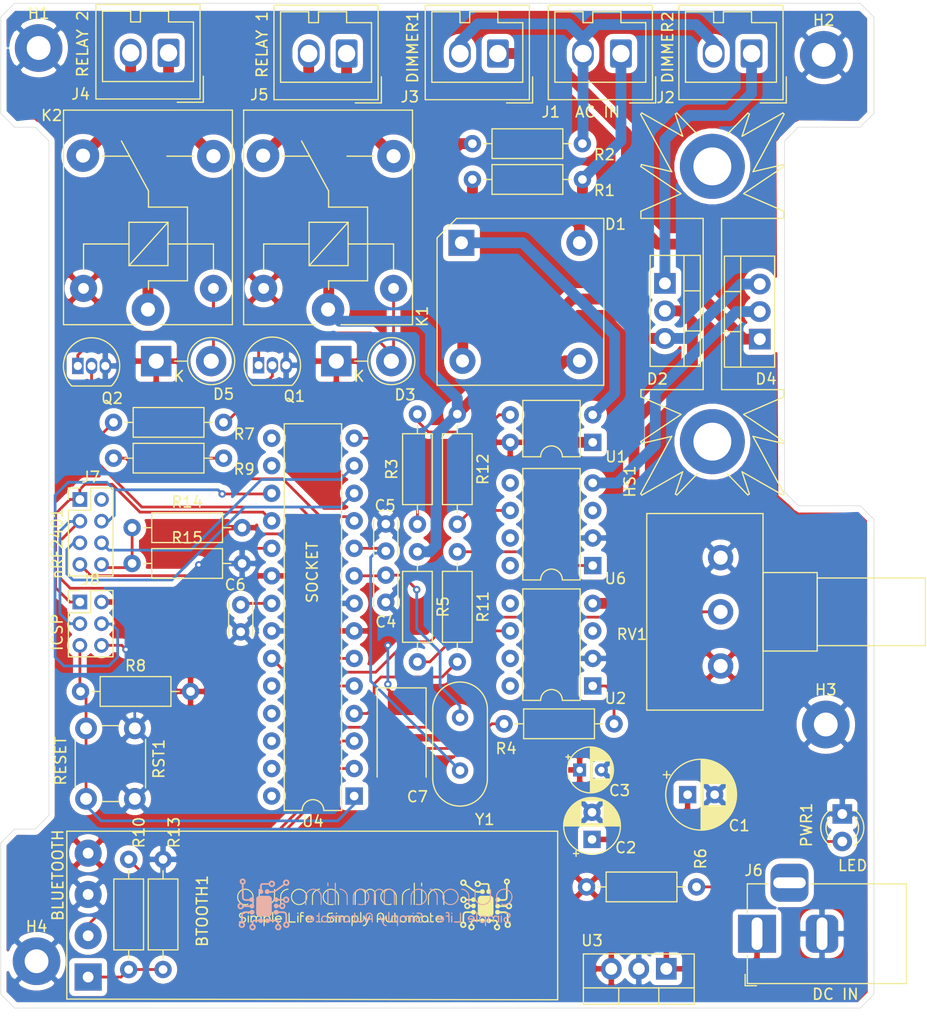
<source format=kicad_pcb>
(kicad_pcb (version 20171130) (host pcbnew "(5.1.2)-1")
  (layers (0 F.Cu signal) (31 B.Cu signal) (34 B.Paste user) (35 F.Paste user) (36 B.SilkS user) (37 F.SilkS user) (38 B.Mask user) (39 F.Mask user) (44 Edge.Cuts user))
  (net 0 "")
  (net 1 +5V)
  (net 2 GND)
  (net 3 "/Controller Circuit/Tx")
  (net 4 "Net-(BTOOTH1-Pad1)")
  (net 5 +12V)
  (net 6 XTAL1)
  (net 7 XTAL2)
  (net 8 "Net-(C6-Pad1)")
  (net 9 "Net-(D1-Pad2)")
  (net 10 /ZCD-)
  (net 11 "Net-(D1-Pad4)")
  (net 12 /ZCD+)
  (net 13 /AC_L)
  (net 14 "Net-(D2-Pad2)")
  (net 15 /AC_LOUT)
  (net 16 "Net-(D3-Pad2)")
  (net 17 "Net-(D4-Pad2)")
  (net 18 /AC_LOUT_1)
  (net 19 "Net-(D5-Pad2)")
  (net 20 /AC_N)
  (net 21 /NO_1)
  (net 22 /NC_1)
  (net 23 /NO)
  (net 24 /NC)
  (net 25 "Net-(J7-Pad8)")
  (net 26 CS)
  (net 27 CE)
  (net 28 MOSI)
  (net 29 PB5)
  (net 30 MISO)
  (net 31 Reset)
  (net 32 "Net-(PWR1-Pad2)")
  (net 33 "Net-(Q1-Pad2)")
  (net 34 "Net-(Q2-Pad2)")
  (net 35 "Net-(R3-Pad2)")
  (net 36 /Z_Cross_Detect)
  (net 37 /Diac_Control)
  (net 38 "Net-(R4-Pad1)")
  (net 39 "Net-(R5-Pad2)")
  (net 40 /Rel_1)
  (net 41 /Rel_2)
  (net 42 /Diac_Control_1)
  (net 43 "Net-(R11-Pad1)")
  (net 44 "Net-(R12-Pad2)")
  (net 45 "/Controller Circuit/Rx")
  (net 46 "/Controller Circuit/POT")
  (module auroramarlin:aurora_Marlin (layer B.Cu) (at 171.704 127.5715 180)
    (fp_text reference G*** hide)
    (fp_text value LOGO hide)
  )
  (module Capacitor_Tantalum_SMD:CP_EIA-7343-30_AVX-N_Pad2.25x2.55mm_HandSolder (layer F.Cu) (at 174.1805 112.2045 270)
    (fp_text reference C7 (at 5.461 -1.4605 180) (layer F.SilkS))
    (fp_text value 100nF)
    (pad 2 smd roundrect (at 3.2 0 270) (size 2.25 2.55) (layers F.Cu F.Paste F.Mask) (roundrect_rratio 0.111111) (net 2 GND))
    (pad 1 smd roundrect (at -3.2 0 270) (size 2.25 2.55) (layers F.Cu F.Paste F.Mask) (roundrect_rratio 0.111111) (net 1 +5V))
  )
  (module Crystal:Crystal_HC49-4H_Vertical (layer F.Cu) (at 179.578 110.363 270)
    (fp_text reference Y1 (at 9.398 -2.286 180) (layer F.SilkS))
    (fp_text value 16MHz)
    (pad 2 thru_hole circle (at 4.88 0 270) (size 1.5 1.5) (drill 0.8) (layers *.Cu *.Mask) (net 7 XTAL2))
    (pad 1 thru_hole circle (at 0 0 270) (size 1.5 1.5) (drill 0.8) (layers *.Cu *.Mask) (net 6 XTAL1))
  )
  (module Package_DIP:DIP-8_W7.62mm (layer F.Cu) (at 191.8335 96.3295 180)
    (fp_text reference U6 (at -2.0955 -1.2065) (layer F.SilkS))
    (fp_text value MOC3020M)
    (pad 8 thru_hole oval (at 7.62 0 180) (size 1.6 1.6) (drill 0.8) (layers *.Cu *.Mask))
    (pad 4 thru_hole oval (at 0 7.62 180) (size 1.6 1.6) (drill 0.8) (layers *.Cu *.Mask) (net 17 "Net-(D4-Pad2)"))
    (pad 7 thru_hole oval (at 7.62 2.54 180) (size 1.6 1.6) (drill 0.8) (layers *.Cu *.Mask))
    (pad 3 thru_hole oval (at 0 5.08 180) (size 1.6 1.6) (drill 0.8) (layers *.Cu *.Mask))
    (pad 6 thru_hole oval (at 7.62 5.08 180) (size 1.6 1.6) (drill 0.8) (layers *.Cu *.Mask) (net 44 "Net-(R12-Pad2)"))
    (pad 2 thru_hole oval (at 0 2.54 180) (size 1.6 1.6) (drill 0.8) (layers *.Cu *.Mask) (net 2 GND))
    (pad 5 thru_hole oval (at 7.62 7.62 180) (size 1.6 1.6) (drill 0.8) (layers *.Cu *.Mask))
    (pad 1 thru_hole rect (at 0 0 180) (size 1.6 1.6) (drill 0.8) (layers *.Cu *.Mask) (net 43 "Net-(R11-Pad1)"))
  )
  (module Package_DIP:DIP-28_W7.62mm (layer F.Cu) (at 169.799 117.602 180)
    (fp_text reference U4 (at 3.81 -2.33) (layer F.SilkS))
    (fp_text value ATmega168P-20PU)
    (pad 28 thru_hole oval (at 7.62 0 180) (size 1.6 1.6) (drill 0.8) (layers *.Cu *.Mask))
    (pad 14 thru_hole oval (at 0 33.02 180) (size 1.6 1.6) (drill 0.8) (layers *.Cu *.Mask) (net 36 /Z_Cross_Detect))
    (pad 27 thru_hole oval (at 7.62 2.54 180) (size 1.6 1.6) (drill 0.8) (layers *.Cu *.Mask))
    (pad 13 thru_hole oval (at 0 30.48 180) (size 1.6 1.6) (drill 0.8) (layers *.Cu *.Mask) (net 26 CS))
    (pad 26 thru_hole oval (at 7.62 5.08 180) (size 1.6 1.6) (drill 0.8) (layers *.Cu *.Mask))
    (pad 12 thru_hole oval (at 0 27.94 180) (size 1.6 1.6) (drill 0.8) (layers *.Cu *.Mask) (net 27 CE))
    (pad 25 thru_hole oval (at 7.62 7.62 180) (size 1.6 1.6) (drill 0.8) (layers *.Cu *.Mask))
    (pad 11 thru_hole oval (at 0 25.4 180) (size 1.6 1.6) (drill 0.8) (layers *.Cu *.Mask) (net 41 /Rel_2))
    (pad 24 thru_hole oval (at 7.62 10.16 180) (size 1.6 1.6) (drill 0.8) (layers *.Cu *.Mask))
    (pad 10 thru_hole oval (at 0 22.86 180) (size 1.6 1.6) (drill 0.8) (layers *.Cu *.Mask) (net 7 XTAL2))
    (pad 23 thru_hole oval (at 7.62 12.7 180) (size 1.6 1.6) (drill 0.8) (layers *.Cu *.Mask) (net 46 "/Controller Circuit/POT"))
    (pad 9 thru_hole oval (at 0 20.32 180) (size 1.6 1.6) (drill 0.8) (layers *.Cu *.Mask) (net 6 XTAL1))
    (pad 22 thru_hole oval (at 7.62 15.24 180) (size 1.6 1.6) (drill 0.8) (layers *.Cu *.Mask) (net 2 GND))
    (pad 8 thru_hole oval (at 0 17.78 180) (size 1.6 1.6) (drill 0.8) (layers *.Cu *.Mask) (net 2 GND))
    (pad 21 thru_hole oval (at 7.62 17.78 180) (size 1.6 1.6) (drill 0.8) (layers *.Cu *.Mask) (net 8 "Net-(C6-Pad1)"))
    (pad 7 thru_hole oval (at 0 15.24 180) (size 1.6 1.6) (drill 0.8) (layers *.Cu *.Mask) (net 1 +5V))
    (pad 20 thru_hole oval (at 7.62 20.32 180) (size 1.6 1.6) (drill 0.8) (layers *.Cu *.Mask) (net 1 +5V))
    (pad 6 thru_hole oval (at 0 12.7 180) (size 1.6 1.6) (drill 0.8) (layers *.Cu *.Mask) (net 40 /Rel_1))
    (pad 19 thru_hole oval (at 7.62 22.86 180) (size 1.6 1.6) (drill 0.8) (layers *.Cu *.Mask) (net 29 PB5))
    (pad 5 thru_hole oval (at 0 10.16 180) (size 1.6 1.6) (drill 0.8) (layers *.Cu *.Mask) (net 37 /Diac_Control))
    (pad 18 thru_hole oval (at 7.62 25.4 180) (size 1.6 1.6) (drill 0.8) (layers *.Cu *.Mask) (net 30 MISO))
    (pad 4 thru_hole oval (at 0 7.62 180) (size 1.6 1.6) (drill 0.8) (layers *.Cu *.Mask) (net 42 /Diac_Control_1))
    (pad 17 thru_hole oval (at 7.62 27.94 180) (size 1.6 1.6) (drill 0.8) (layers *.Cu *.Mask) (net 28 MOSI))
    (pad 3 thru_hole oval (at 0 5.08 180) (size 1.6 1.6) (drill 0.8) (layers *.Cu *.Mask) (net 45 "/Controller Circuit/Rx"))
    (pad 16 thru_hole oval (at 7.62 30.48 180) (size 1.6 1.6) (drill 0.8) (layers *.Cu *.Mask))
    (pad 2 thru_hole oval (at 0 2.54 180) (size 1.6 1.6) (drill 0.8) (layers *.Cu *.Mask) (net 3 "/Controller Circuit/Tx"))
    (pad 15 thru_hole oval (at 7.62 33.02 180) (size 1.6 1.6) (drill 0.8) (layers *.Cu *.Mask))
    (pad 1 thru_hole rect (at 0 0 180) (size 1.6 1.6) (drill 0.8) (layers *.Cu *.Mask) (net 31 Reset))
  )
  (module Package_TO_SOT_THT:TO-220-3_Vertical (layer F.Cu) (at 198.628 133.5405 180)
    (fp_text reference U3 (at 6.858 2.6035) (layer F.SilkS))
    (fp_text value L7805)
    (pad 3 thru_hole oval (at 5.08 0 180) (size 1.905 2) (drill 1.1) (layers *.Cu *.Mask) (net 1 +5V))
    (pad 2 thru_hole oval (at 2.54 0 180) (size 1.905 2) (drill 1.1) (layers *.Cu *.Mask) (net 2 GND))
    (pad 1 thru_hole rect (at 0 0 180) (size 1.905 2) (drill 1.1) (layers *.Cu *.Mask) (net 5 +12V))
  )
  (module Package_DIP:DIP-8_W7.62mm (layer F.Cu) (at 191.8335 107.442 180)
    (fp_text reference U2 (at -2.0955 -1.143) (layer F.SilkS))
    (fp_text value MOC3020M)
    (pad 8 thru_hole oval (at 7.62 0 180) (size 1.6 1.6) (drill 0.8) (layers *.Cu *.Mask))
    (pad 4 thru_hole oval (at 0 7.62 180) (size 1.6 1.6) (drill 0.8) (layers *.Cu *.Mask) (net 14 "Net-(D2-Pad2)"))
    (pad 7 thru_hole oval (at 7.62 2.54 180) (size 1.6 1.6) (drill 0.8) (layers *.Cu *.Mask))
    (pad 3 thru_hole oval (at 0 5.08 180) (size 1.6 1.6) (drill 0.8) (layers *.Cu *.Mask))
    (pad 6 thru_hole oval (at 7.62 5.08 180) (size 1.6 1.6) (drill 0.8) (layers *.Cu *.Mask) (net 39 "Net-(R5-Pad2)"))
    (pad 2 thru_hole oval (at 0 2.54 180) (size 1.6 1.6) (drill 0.8) (layers *.Cu *.Mask) (net 2 GND))
    (pad 5 thru_hole oval (at 7.62 7.62 180) (size 1.6 1.6) (drill 0.8) (layers *.Cu *.Mask))
    (pad 1 thru_hole rect (at 0 0 180) (size 1.6 1.6) (drill 0.8) (layers *.Cu *.Mask) (net 38 "Net-(R4-Pad1)"))
  )
  (module Package_DIP:DIP-4_W7.62mm (layer F.Cu) (at 191.8335 84.963 180)
    (fp_text reference U1 (at -2.159 -1.3335) (layer F.SilkS))
    (fp_text value EL817)
    (pad 4 thru_hole oval (at 7.62 0 180) (size 1.6 1.6) (drill 0.8) (layers *.Cu *.Mask) (net 1 +5V))
    (pad 2 thru_hole oval (at 0 2.54 180) (size 1.6 1.6) (drill 0.8) (layers *.Cu *.Mask) (net 10 /ZCD-))
    (pad 3 thru_hole oval (at 7.62 2.54 180) (size 1.6 1.6) (drill 0.8) (layers *.Cu *.Mask) (net 35 "Net-(R3-Pad2)"))
    (pad 1 thru_hole rect (at 0 0 180) (size 1.6 1.6) (drill 0.8) (layers *.Cu *.Mask) (net 12 /ZCD+))
  )
  (module Potentiometer_THT:Potentiometer_Alps_RK163_Single_Horizontal (layer F.Cu) (at 203.6445 105.6005)
    (fp_text reference RV1 (at -8.1915 -2.921) (layer F.SilkS))
    (fp_text value R_POT)
    (pad 1 thru_hole circle (at 0 0) (size 2.34 2.34) (drill 1.3) (layers *.Cu *.Mask) (net 1 +5V))
    (pad 2 thru_hole circle (at 0 -5) (size 2.34 2.34) (drill 1.3) (layers *.Cu *.Mask) (net 46 "/Controller Circuit/POT"))
    (pad 3 thru_hole circle (at 0 -10) (size 2.34 2.34) (drill 1.3) (layers *.Cu *.Mask) (net 2 GND))
  )
  (module Button_Switch_THT:SW_PUSH_6mm_H7.3mm (layer F.Cu) (at 145.034 117.856 90)
    (fp_text reference RST1 (at 3.683 6.731 90) (layer F.SilkS))
    (fp_text value RESET)
    (pad 1 thru_hole circle (at 6.5 0 180) (size 2 2) (drill 1.1) (layers *.Cu *.Mask) (net 31 Reset))
    (pad 2 thru_hole circle (at 6.5 4.5 180) (size 2 2) (drill 1.1) (layers *.Cu *.Mask) (net 2 GND))
    (pad 1 thru_hole circle (at 0 0 180) (size 2 2) (drill 1.1) (layers *.Cu *.Mask) (net 31 Reset))
    (pad 2 thru_hole circle (at 0 4.5 180) (size 2 2) (drill 1.1) (layers *.Cu *.Mask) (net 2 GND))
  )
  (module Resistor_THT:R_Axial_DIN0207_L6.3mm_D2.5mm_P10.16mm_Horizontal (layer F.Cu) (at 149.2885 96.139)
    (fp_text reference R15 (at 5.08 -2.37) (layer F.SilkS))
    (fp_text value 2K)
    (pad 2 thru_hole oval (at 10.16 0) (size 1.6 1.6) (drill 0.8) (layers *.Cu *.Mask) (net 2 GND))
    (pad 1 thru_hole circle (at 0 0) (size 1.6 1.6) (drill 0.8) (layers *.Cu *.Mask) (net 25 "Net-(J7-Pad8)"))
  )
  (module Resistor_THT:R_Axial_DIN0207_L6.3mm_D2.5mm_P10.16mm_Horizontal (layer F.Cu) (at 149.2885 92.837)
    (fp_text reference R14 (at 5.08 -2.37) (layer F.SilkS))
    (fp_text value 1K)
    (pad 2 thru_hole oval (at 10.16 0) (size 1.6 1.6) (drill 0.8) (layers *.Cu *.Mask) (net 1 +5V))
    (pad 1 thru_hole circle (at 0 0) (size 1.6 1.6) (drill 0.8) (layers *.Cu *.Mask) (net 25 "Net-(J7-Pad8)"))
  )
  (module Resistor_THT:R_Axial_DIN0207_L6.3mm_D2.5mm_P10.16mm_Horizontal (layer F.Cu) (at 148.971 123.444 270)
    (fp_text reference R13 (at -2.4765 -4.191 90) (layer F.SilkS))
    (fp_text value 1K)
    (pad 2 thru_hole oval (at 10.16 0 270) (size 1.6 1.6) (drill 0.8) (layers *.Cu *.Mask) (net 4 "Net-(BTOOTH1-Pad1)"))
    (pad 1 thru_hole circle (at 0 0 270) (size 1.6 1.6) (drill 0.8) (layers *.Cu *.Mask) (net 45 "/Controller Circuit/Rx"))
  )
  (module Resistor_THT:R_Axial_DIN0207_L6.3mm_D2.5mm_P10.16mm_Horizontal (layer F.Cu) (at 179.324 82.3595 270)
    (fp_text reference R12 (at 5.08 -2.37 90) (layer F.SilkS))
    (fp_text value 200R)
    (pad 2 thru_hole oval (at 10.16 0 270) (size 1.6 1.6) (drill 0.8) (layers *.Cu *.Mask) (net 44 "Net-(R12-Pad2)"))
    (pad 1 thru_hole circle (at 0 0 270) (size 1.6 1.6) (drill 0.8) (layers *.Cu *.Mask) (net 13 /AC_L))
  )
  (module Resistor_THT:R_Axial_DIN0207_L6.3mm_D2.5mm_P10.16mm_Horizontal (layer F.Cu) (at 179.324 95.0595 270)
    (fp_text reference R11 (at 5.08 -2.37 90) (layer F.SilkS))
    (fp_text value 100R)
    (pad 2 thru_hole oval (at 10.16 0 270) (size 1.6 1.6) (drill 0.8) (layers *.Cu *.Mask) (net 42 /Diac_Control_1))
    (pad 1 thru_hole circle (at 0 0 270) (size 1.6 1.6) (drill 0.8) (layers *.Cu *.Mask) (net 43 "Net-(R11-Pad1)"))
  )
  (module Resistor_THT:R_Axial_DIN0207_L6.3mm_D2.5mm_P10.16mm_Horizontal (layer F.Cu) (at 152.146 133.604 90)
    (fp_text reference R10 (at 12.6365 -2.2225 90) (layer F.SilkS))
    (fp_text value 2K)
    (pad 2 thru_hole oval (at 10.16 0 90) (size 1.6 1.6) (drill 0.8) (layers *.Cu *.Mask) (net 2 GND))
    (pad 1 thru_hole circle (at 0 0 90) (size 1.6 1.6) (drill 0.8) (layers *.Cu *.Mask) (net 4 "Net-(BTOOTH1-Pad1)"))
  )
  (module Resistor_THT:R_Axial_DIN0207_L6.3mm_D2.5mm_P10.16mm_Horizontal (layer F.Cu) (at 147.574 86.4235)
    (fp_text reference R9 (at 12.065 1.016) (layer F.SilkS))
    (fp_text value 10K)
    (pad 2 thru_hole oval (at 10.16 0) (size 1.6 1.6) (drill 0.8) (layers *.Cu *.Mask) (net 34 "Net-(Q2-Pad2)"))
    (pad 1 thru_hole circle (at 0 0) (size 1.6 1.6) (drill 0.8) (layers *.Cu *.Mask) (net 41 /Rel_2))
  )
  (module Resistor_THT:R_Axial_DIN0207_L6.3mm_D2.5mm_P10.16mm_Horizontal (layer F.Cu) (at 144.526 107.95)
    (fp_text reference R8 (at 5.08 -2.37) (layer F.SilkS))
    (fp_text value 10K)
    (pad 2 thru_hole oval (at 10.16 0) (size 1.6 1.6) (drill 0.8) (layers *.Cu *.Mask) (net 1 +5V))
    (pad 1 thru_hole circle (at 0 0) (size 1.6 1.6) (drill 0.8) (layers *.Cu *.Mask) (net 31 Reset))
  )
  (module Resistor_THT:R_Axial_DIN0207_L6.3mm_D2.5mm_P10.16mm_Horizontal (layer F.Cu) (at 147.574 83.1215)
    (fp_text reference R7 (at 12.065 1.0795) (layer F.SilkS))
    (fp_text value 10K)
    (pad 2 thru_hole oval (at 10.16 0) (size 1.6 1.6) (drill 0.8) (layers *.Cu *.Mask) (net 33 "Net-(Q1-Pad2)"))
    (pad 1 thru_hole circle (at 0 0) (size 1.6 1.6) (drill 0.8) (layers *.Cu *.Mask) (net 40 /Rel_1))
  )
  (module Resistor_THT:R_Axial_DIN0207_L6.3mm_D2.5mm_P10.16mm_Horizontal (layer F.Cu) (at 191.262 125.984)
    (fp_text reference R6 (at 10.541 -2.6035 270) (layer F.SilkS))
    (fp_text value 330R)
    (pad 2 thru_hole oval (at 10.16 0) (size 1.6 1.6) (drill 0.8) (layers *.Cu *.Mask) (net 32 "Net-(PWR1-Pad2)"))
    (pad 1 thru_hole circle (at 0 0) (size 1.6 1.6) (drill 0.8) (layers *.Cu *.Mask) (net 1 +5V))
  )
  (module Resistor_THT:R_Axial_DIN0207_L6.3mm_D2.5mm_P10.16mm_Horizontal (layer F.Cu) (at 175.641 95.0595 270)
    (fp_text reference R5 (at 5.08 -2.37 90) (layer F.SilkS))
    (fp_text value 200R)
    (pad 2 thru_hole oval (at 10.16 0 270) (size 1.6 1.6) (drill 0.8) (layers *.Cu *.Mask) (net 39 "Net-(R5-Pad2)"))
    (pad 1 thru_hole circle (at 0 0 270) (size 1.6 1.6) (drill 0.8) (layers *.Cu *.Mask) (net 13 /AC_L))
  )
  (module Resistor_THT:R_Axial_DIN0207_L6.3mm_D2.5mm_P10.16mm_Horizontal (layer F.Cu) (at 193.802 110.9345 180)
    (fp_text reference R4 (at 9.9695 -2.286) (layer F.SilkS))
    (fp_text value 100R)
    (pad 2 thru_hole oval (at 10.16 0 180) (size 1.6 1.6) (drill 0.8) (layers *.Cu *.Mask) (net 37 /Diac_Control))
    (pad 1 thru_hole circle (at 0 0 180) (size 1.6 1.6) (drill 0.8) (layers *.Cu *.Mask) (net 38 "Net-(R4-Pad1)"))
  )
  (module Resistor_THT:R_Axial_DIN0207_L6.3mm_D2.5mm_P10.16mm_Horizontal (layer F.Cu) (at 175.641 92.5195 90)
    (fp_text reference R3 (at 5.08 -2.37 90) (layer F.SilkS))
    (fp_text value 1K)
    (pad 2 thru_hole oval (at 10.16 0 90) (size 1.6 1.6) (drill 0.8) (layers *.Cu *.Mask) (net 35 "Net-(R3-Pad2)"))
    (pad 1 thru_hole circle (at 0 0 90) (size 1.6 1.6) (drill 0.8) (layers *.Cu *.Mask) (net 36 /Z_Cross_Detect))
  )
  (module Resistor_THT:R_Axial_DIN0207_L6.3mm_D2.5mm_P10.16mm_Horizontal (layer F.Cu) (at 180.721 57.404)
    (fp_text reference R2 (at 12.192 1.016) (layer F.SilkS))
    (fp_text value 47K)
    (pad 2 thru_hole oval (at 10.16 0) (size 1.6 1.6) (drill 0.8) (layers *.Cu *.Mask) (net 20 /AC_N))
    (pad 1 thru_hole circle (at 0 0) (size 1.6 1.6) (drill 0.8) (layers *.Cu *.Mask) (net 9 "Net-(D1-Pad2)"))
  )
  (module Resistor_THT:R_Axial_DIN0207_L6.3mm_D2.5mm_P10.16mm_Horizontal (layer F.Cu) (at 180.721 60.706)
    (fp_text reference R1 (at 12.192 1.016) (layer F.SilkS))
    (fp_text value 47K)
    (pad 2 thru_hole oval (at 10.16 0) (size 1.6 1.6) (drill 0.8) (layers *.Cu *.Mask) (net 13 /AC_L))
    (pad 1 thru_hole circle (at 0 0) (size 1.6 1.6) (drill 0.8) (layers *.Cu *.Mask) (net 11 "Net-(D1-Pad4)"))
  )
  (module Package_TO_SOT_THT:TO-92_Inline (layer F.Cu) (at 144.272 77.9145)
    (fp_text reference Q2 (at 3.175 2.9845) (layer F.SilkS))
    (fp_text value BC549)
    (pad 1 thru_hole rect (at 0 0) (size 1.05 1.5) (drill 0.75) (layers *.Cu *.Mask) (net 19 "Net-(D5-Pad2)"))
    (pad 3 thru_hole oval (at 2.54 0) (size 1.05 1.5) (drill 0.75) (layers *.Cu *.Mask) (net 2 GND))
    (pad 2 thru_hole oval (at 1.27 0) (size 1.05 1.5) (drill 0.75) (layers *.Cu *.Mask) (net 34 "Net-(Q2-Pad2)"))
  )
  (module Package_TO_SOT_THT:TO-92_Inline (layer F.Cu) (at 160.9725 77.851)
    (fp_text reference Q1 (at 3.302 2.8575) (layer F.SilkS))
    (fp_text value BC549)
    (pad 1 thru_hole rect (at 0 0) (size 1.05 1.5) (drill 0.75) (layers *.Cu *.Mask) (net 16 "Net-(D3-Pad2)"))
    (pad 3 thru_hole oval (at 2.54 0) (size 1.05 1.5) (drill 0.75) (layers *.Cu *.Mask) (net 2 GND))
    (pad 2 thru_hole oval (at 1.27 0) (size 1.05 1.5) (drill 0.75) (layers *.Cu *.Mask) (net 33 "Net-(Q1-Pad2)"))
  )
  (module LED_THT:LED_D3.0mm (layer F.Cu) (at 214.884 119.253 270)
    (fp_text reference PWR1 (at 1.016 3.302 90) (layer F.SilkS))
    (fp_text value Green)
    (pad 2 thru_hole circle (at 2.54 0 270) (size 1.8 1.8) (drill 0.9) (layers *.Cu *.Mask) (net 32 "Net-(PWR1-Pad2)"))
    (pad 1 thru_hole rect (at 0 0 270) (size 1.8 1.8) (drill 0.9) (layers *.Cu *.Mask) (net 2 GND))
  )
  (module auroramarlin:aurora_Marlin (layer F.Cu) (at 171.704 127.5715)
    (fp_text reference LOGO1 hide)
    (fp_text value Logo hide)
  )
  (module Relay_THT:Relay_SPDT_SANYOU_SRD_Series_Form_C (layer F.Cu) (at 150.749 72.7075 90)
    (fp_text reference K2 (at 17.907 -8.89 180) (layer F.SilkS))
    (fp_text value SANYOU_SRD_Form_C)
    (pad 1 thru_hole circle (at 0 0 180) (size 3 3) (drill 1.3) (layers *.Cu *.Mask) (net 13 /AC_L))
    (pad 5 thru_hole circle (at 1.95 -5.95 180) (size 2.5 2.5) (drill 1) (layers *.Cu *.Mask) (net 1 +5V))
    (pad 4 thru_hole circle (at 14.2 -6 180) (size 3 3) (drill 1.3) (layers *.Cu *.Mask) (net 22 /NC_1))
    (pad 3 thru_hole circle (at 14.15 6.05 180) (size 3 3) (drill 1.3) (layers *.Cu *.Mask) (net 21 /NO_1))
    (pad 2 thru_hole circle (at 1.95 6.05 180) (size 2.5 2.5) (drill 1) (layers *.Cu *.Mask) (net 19 "Net-(D5-Pad2)"))
  )
  (module Relay_THT:Relay_SPDT_SANYOU_SRD_Series_Form_C (layer F.Cu) (at 167.386 72.7075 90)
    (fp_text reference K1 (at -0.635 8.6995 90) (layer F.SilkS))
    (fp_text value SANYOU_SRD_Form_C)
    (pad 1 thru_hole circle (at 0 0 180) (size 3 3) (drill 1.3) (layers *.Cu *.Mask) (net 13 /AC_L))
    (pad 5 thru_hole circle (at 1.95 -5.95 180) (size 2.5 2.5) (drill 1) (layers *.Cu *.Mask) (net 1 +5V))
    (pad 4 thru_hole circle (at 14.2 -6 180) (size 3 3) (drill 1.3) (layers *.Cu *.Mask) (net 24 /NC))
    (pad 3 thru_hole circle (at 14.15 6.05 180) (size 3 3) (drill 1.3) (layers *.Cu *.Mask) (net 23 /NO))
    (pad 2 thru_hole circle (at 1.95 6.05 180) (size 2.5 2.5) (drill 1) (layers *.Cu *.Mask) (net 16 "Net-(D3-Pad2)"))
  )
  (module Connector_PinHeader_2.00mm:PinHeader_2x03_P2.00mm_Vertical (layer F.Cu) (at 144.4625 99.695)
    (fp_text reference J8 (at 1 -2.06) (layer F.SilkS))
    (fp_text value ICSP)
    (pad 6 thru_hole oval (at 2 4) (size 1.35 1.35) (drill 0.8) (layers *.Cu *.Mask) (net 2 GND))
    (pad 5 thru_hole oval (at 0 4) (size 1.35 1.35) (drill 0.8) (layers *.Cu *.Mask) (net 31 Reset))
    (pad 4 thru_hole oval (at 2 2) (size 1.35 1.35) (drill 0.8) (layers *.Cu *.Mask) (net 28 MOSI))
    (pad 3 thru_hole oval (at 0 2) (size 1.35 1.35) (drill 0.8) (layers *.Cu *.Mask) (net 29 PB5))
    (pad 2 thru_hole oval (at 2 0) (size 1.35 1.35) (drill 0.8) (layers *.Cu *.Mask) (net 1 +5V))
    (pad 1 thru_hole rect (at 0 0) (size 1.35 1.35) (drill 0.8) (layers *.Cu *.Mask) (net 30 MISO))
  )
  (module Connector_PinHeader_2.00mm:PinHeader_2x04_P2.00mm_Vertical (layer F.Cu) (at 144.4625 90.2335)
    (fp_text reference J7 (at 1 -2.06) (layer F.SilkS))
    (fp_text value nRF24L01)
    (pad 8 thru_hole oval (at 2 6) (size 1.35 1.35) (drill 0.8) (layers *.Cu *.Mask) (net 25 "Net-(J7-Pad8)"))
    (pad 7 thru_hole oval (at 0 6) (size 1.35 1.35) (drill 0.8) (layers *.Cu *.Mask) (net 2 GND))
    (pad 6 thru_hole oval (at 2 4) (size 1.35 1.35) (drill 0.8) (layers *.Cu *.Mask) (net 26 CS))
    (pad 5 thru_hole oval (at 0 4) (size 1.35 1.35) (drill 0.8) (layers *.Cu *.Mask) (net 27 CE))
    (pad 4 thru_hole oval (at 2 2) (size 1.35 1.35) (drill 0.8) (layers *.Cu *.Mask) (net 28 MOSI))
    (pad 3 thru_hole oval (at 0 2) (size 1.35 1.35) (drill 0.8) (layers *.Cu *.Mask) (net 29 PB5))
    (pad 2 thru_hole oval (at 2 0) (size 1.35 1.35) (drill 0.8) (layers *.Cu *.Mask))
    (pad 1 thru_hole rect (at 0 0) (size 1.35 1.35) (drill 0.8) (layers *.Cu *.Mask) (net 30 MISO))
  )
  (module Connector_BarrelJack:BarrelJack_Horizontal (layer F.Cu) (at 207.01 130.302 180)
    (fp_text reference J6 (at 0.3175 5.842) (layer F.SilkS))
    (fp_text value DC_IN)
    (pad 3 thru_hole roundrect (at -3 4.7 180) (size 3.5 3.5) (drill oval 3 1) (layers *.Cu *.Mask))
    (pad 2 thru_hole roundrect (at -6 0 180) (size 3 3.5) (drill oval 1 3) (layers *.Cu *.Mask) (net 2 GND))
    (pad 1 thru_hole rect (at 0 0 180) (size 3.5 3.5) (drill oval 1 3) (layers *.Cu *.Mask) (net 5 +12V))
  )
  (module Connector_Wago:Wago_734-132_1x02_P3.50mm_Vertical (layer F.Cu) (at 169.1005 49.0855 180)
    (fp_text reference J5 (at 8.0645 -3.81) (layer F.SilkS))
    (fp_text value Relay_2)
    (pad 2 thru_hole oval (at 3.5 0 180) (size 2 2.6) (drill 1.6) (layers *.Cu *.Mask) (net 24 /NC))
    (pad 1 thru_hole roundrect (at 0 0 180) (size 2 2.6) (drill 1.6) (layers *.Cu *.Mask) (roundrect_rratio 0.125) (net 23 /NO))
  )
  (module Connector_Wago:Wago_734-132_1x02_P3.50mm_Vertical (layer F.Cu) (at 152.654 49.022 180)
    (fp_text reference J4 (at 8.128 -3.81) (layer F.SilkS))
    (fp_text value Relay_1)
    (pad 2 thru_hole oval (at 3.5 0 180) (size 2 2.6) (drill 1.6) (layers *.Cu *.Mask) (net 22 /NC_1))
    (pad 1 thru_hole roundrect (at 0 0 180) (size 2 2.6) (drill 1.6) (layers *.Cu *.Mask) (roundrect_rratio 0.125) (net 21 /NO_1))
  )
  (module Connector_Wago:Wago_734-132_1x02_P3.50mm_Vertical (layer F.Cu) (at 183.0705 49.0855 180)
    (fp_text reference J3 (at 8.128 -4.0005) (layer F.SilkS))
    (fp_text value AC_OUT_2)
    (pad 2 thru_hole oval (at 3.5 0 180) (size 2 2.6) (drill 1.6) (layers *.Cu *.Mask) (net 20 /AC_N))
    (pad 1 thru_hole roundrect (at 0 0 180) (size 2 2.6) (drill 1.6) (layers *.Cu *.Mask) (roundrect_rratio 0.125) (net 18 /AC_LOUT_1))
  )
  (module Connector_Wago:Wago_734-132_1x02_P3.50mm_Vertical (layer F.Cu) (at 206.502 49.0855 180)
    (fp_text reference J2 (at 7.9375 -4.064) (layer F.SilkS))
    (fp_text value AC_OUT_1)
    (pad 2 thru_hole oval (at 3.5 0 180) (size 2 2.6) (drill 1.6) (layers *.Cu *.Mask) (net 20 /AC_N))
    (pad 1 thru_hole roundrect (at 0 0 180) (size 2 2.6) (drill 1.6) (layers *.Cu *.Mask) (roundrect_rratio 0.125) (net 15 /AC_LOUT))
  )
  (module Connector_Wago:Wago_734-132_1x02_P3.50mm_Vertical (layer F.Cu) (at 194.437 49.0855 180)
    (fp_text reference J1 (at 6.477 -5.3975) (layer F.SilkS))
    (fp_text value AC_IN)
    (pad 2 thru_hole oval (at 3.5 0 180) (size 2 2.6) (drill 1.6) (layers *.Cu *.Mask) (net 20 /AC_N))
    (pad 1 thru_hole roundrect (at 0 0 180) (size 2 2.6) (drill 1.6) (layers *.Cu *.Mask) (roundrect_rratio 0.125) (net 13 /AC_L))
  )
  (module Heatsink:Heatsink_Fischer_SK104-STCB_35x13mm__2xDrill3.5mm_ScrewM3 (layer F.Cu) (at 202.8825 72.1995 270)
    (fp_text reference HS1 (at 16.383 7.62 90) (layer F.SilkS))
    (fp_text value Heatsink)
    (pad 1 thru_hole circle (at -12.7 0 90) (size 6 6) (drill 3.5) (layers *.Cu *.Mask))
    (pad 1 thru_hole circle (at 12.7 0 270) (size 6 6) (drill 3.5) (layers *.Cu *.Mask))
  )
  (module MountingHole:MountingHole_2.2mm_M2_Pad (layer F.Cu) (at 140.462 132.842)
    (fp_text reference H4 (at 0 -3.2) (layer F.SilkS))
    (fp_text value M2)
    (pad 1 thru_hole circle (at 0 0) (size 4.4 4.4) (drill 2.2) (layers *.Cu *.Mask) (net 2 GND))
  )
  (module MountingHole:MountingHole_2.2mm_M2_Pad (layer F.Cu) (at 213.36 110.998)
    (fp_text reference H3 (at 0 -3.2) (layer F.SilkS))
    (fp_text value M2)
    (pad 1 thru_hole circle (at 0 0) (size 4.4 4.4) (drill 2.2) (layers *.Cu *.Mask) (net 2 GND))
  )
  (module MountingHole:MountingHole_2.2mm_M2_Pad (layer F.Cu) (at 213.1695 49.2125)
    (fp_text reference H2 (at 0 -3.2) (layer F.SilkS))
    (fp_text value M2)
    (pad 1 thru_hole circle (at 0 0) (size 4.4 4.4) (drill 2.2) (layers *.Cu *.Mask) (net 2 GND))
  )
  (module MountingHole:MountingHole_2.2mm_M2_Pad (layer F.Cu) (at 140.6525 48.5775)
    (fp_text reference H1 (at 0 -3.2) (layer F.SilkS))
    (fp_text value M2)
    (pad 1 thru_hole circle (at 0 0) (size 4.4 4.4) (drill 2.2) (layers *.Cu *.Mask) (net 2 GND))
  )
  (module Diode_THT:D_5W_P5.08mm_Vertical_KathodeUp (layer F.Cu) (at 151.511 77.47)
    (fp_text reference D5 (at 6.223 3.048) (layer F.SilkS))
    (fp_text value 1N4001)
    (fp_text user K (at 2.1 1.4) (layer F.SilkS))
    (pad 2 thru_hole oval (at 5.08 0) (size 2.8 2.8) (drill 1.4) (layers *.Cu *.Mask) (net 19 "Net-(D5-Pad2)"))
    (pad 1 thru_hole rect (at 0 0) (size 2.8 2.8) (drill 1.4) (layers *.Cu *.Mask) (net 1 +5V))
  )
  (module Package_TO_SOT_THT:TO-220-3_Vertical (layer F.Cu) (at 207.264 75.438 90)
    (fp_text reference D4 (at -3.683 0.5715 180) (layer F.SilkS))
    (fp_text value Q_TRIAC_A1GA2)
    (pad 3 thru_hole oval (at 5.08 0 90) (size 1.905 2) (drill 1.1) (layers *.Cu *.Mask) (net 13 /AC_L))
    (pad 2 thru_hole oval (at 2.54 0 90) (size 1.905 2) (drill 1.1) (layers *.Cu *.Mask) (net 17 "Net-(D4-Pad2)"))
    (pad 1 thru_hole rect (at 0 0 90) (size 1.905 2) (drill 1.1) (layers *.Cu *.Mask) (net 18 /AC_LOUT_1))
  )
  (module Diode_THT:D_5W_P5.08mm_Vertical_KathodeUp (layer F.Cu) (at 168.148 77.47)
    (fp_text reference D3 (at 6.35 3.1115) (layer F.SilkS))
    (fp_text value 1N4001)
    (fp_text user K (at 2.1 1.4) (layer F.SilkS))
    (pad 2 thru_hole oval (at 5.08 0) (size 2.8 2.8) (drill 1.4) (layers *.Cu *.Mask) (net 16 "Net-(D3-Pad2)"))
    (pad 1 thru_hole rect (at 0 0) (size 2.8 2.8) (drill 1.4) (layers *.Cu *.Mask) (net 1 +5V))
  )
  (module Package_TO_SOT_THT:TO-220-3_Vertical (layer F.Cu) (at 198.501 70.2945 270)
    (fp_text reference D2 (at 8.8265 0.6985 180) (layer F.SilkS))
    (fp_text value Q_TRIAC_A1GA2)
    (pad 3 thru_hole oval (at 5.08 0 270) (size 1.905 2) (drill 1.1) (layers *.Cu *.Mask) (net 13 /AC_L))
    (pad 2 thru_hole oval (at 2.54 0 270) (size 1.905 2) (drill 1.1) (layers *.Cu *.Mask) (net 14 "Net-(D2-Pad2)"))
    (pad 1 thru_hole rect (at 0 0 270) (size 1.905 2) (drill 1.1) (layers *.Cu *.Mask) (net 15 /AC_LOUT))
  )
  (module Diode_THT:Diode_Bridge_15.2x15.2x6.3mm_P10.9mm (layer F.Cu) (at 179.705 66.548)
    (fp_text reference D1 (at 14.224 -1.7145 180) (layer F.SilkS))
    (fp_text value D_Bridge_-A+A)
    (pad 2 thru_hole circle (at 0.1 10.9 180) (size 2.4 2.4) (drill 1.2) (layers *.Cu *.Mask) (net 9 "Net-(D1-Pad2)"))
    (pad 1 thru_hole rect (at 0 0 180) (size 2.4 2.4) (drill 1.2) (layers *.Cu *.Mask) (net 10 /ZCD-))
    (pad 4 thru_hole circle (at 10.9 0 180) (size 2.4 2.4) (drill 1.2) (layers *.Cu *.Mask) (net 11 "Net-(D1-Pad4)"))
    (pad 3 thru_hole circle (at 10.9 10.9 180) (size 2.4 2.4) (drill 1.2) (layers *.Cu *.Mask) (net 12 /ZCD+))
  )
  (module Capacitor_THT:C_Disc_D3.0mm_W2.0mm_P2.50mm (layer F.Cu) (at 159.3215 99.949 270)
    (fp_text reference C6 (at -1.8415 0.508 180) (layer F.SilkS))
    (fp_text value 100nF)
    (pad 2 thru_hole circle (at 2.5 0 270) (size 1.6 1.6) (drill 0.8) (layers *.Cu *.Mask) (net 2 GND))
    (pad 1 thru_hole circle (at 0 0 270) (size 1.6 1.6) (drill 0.8) (layers *.Cu *.Mask) (net 8 "Net-(C6-Pad1)"))
  )
  (module Capacitor_THT:C_Disc_D3.0mm_W2.0mm_P2.50mm (layer F.Cu) (at 172.72 94.996 90)
    (fp_text reference C5 (at 4.191 -0.0635 180) (layer F.SilkS))
    (fp_text value 22pF)
    (pad 2 thru_hole circle (at 2.5 0 90) (size 1.6 1.6) (drill 0.8) (layers *.Cu *.Mask) (net 2 GND))
    (pad 1 thru_hole circle (at 0 0 90) (size 1.6 1.6) (drill 0.8) (layers *.Cu *.Mask) (net 7 XTAL2))
  )
  (module Capacitor_THT:C_Disc_D3.0mm_W2.0mm_P2.50mm (layer F.Cu) (at 172.72 97.2185 270)
    (fp_text reference C4 (at 4.318 0 180) (layer F.SilkS))
    (fp_text value 22pF)
    (pad 2 thru_hole circle (at 2.5 0 270) (size 1.6 1.6) (drill 0.8) (layers *.Cu *.Mask) (net 2 GND))
    (pad 1 thru_hole circle (at 0 0 270) (size 1.6 1.6) (drill 0.8) (layers *.Cu *.Mask) (net 6 XTAL1))
  )
  (module Capacitor_THT:CP_Radial_D4.0mm_P2.00mm (layer F.Cu) (at 190.627 115.189)
    (fp_text reference C3 (at 3.683 1.905) (layer F.SilkS))
    (fp_text value "10uF 50V")
    (pad 2 thru_hole circle (at 2 0) (size 1.2 1.2) (drill 0.6) (layers *.Cu *.Mask) (net 2 GND))
    (pad 1 thru_hole rect (at 0 0) (size 1.2 1.2) (drill 0.6) (layers *.Cu *.Mask) (net 1 +5V))
  )
  (module Capacitor_THT:CP_Radial_D5.0mm_P2.50mm (layer F.Cu) (at 191.77 121.6025 90)
    (fp_text reference C2 (at -0.762 3.1115 180) (layer F.SilkS))
    (fp_text value "100uF 50V")
    (pad 2 thru_hole circle (at 2.5 0 90) (size 1.6 1.6) (drill 0.8) (layers *.Cu *.Mask) (net 2 GND))
    (pad 1 thru_hole rect (at 0 0 90) (size 1.6 1.6) (drill 0.8) (layers *.Cu *.Mask) (net 5 +12V))
  )
  (module Capacitor_THT:CP_Radial_D6.3mm_P2.50mm (layer F.Cu) (at 200.5965 117.475)
    (fp_text reference C1 (at 4.7625 2.8575) (layer F.SilkS))
    (fp_text value "470uF 50v")
    (pad 2 thru_hole circle (at 2.5 0) (size 1.6 1.6) (drill 0.8) (layers *.Cu *.Mask) (net 2 GND))
    (pad 1 thru_hole rect (at 0 0) (size 1.6 1.6) (drill 0.8) (layers *.Cu *.Mask) (net 5 +12V))
  )
  (module Connector_Wire:SolderWirePad_1x04_P3.81mm_Drill1mm (layer F.Cu) (at 145.2245 134.3025 90)
    (fp_text reference BTOOTH1 (at 6.096 10.541 90) (layer F.SilkS))
    (fp_text value BTooth)
    (pad 4 thru_hole circle (at 11.43 0 90) (size 2.49936 2.49936) (drill 1.00076) (layers *.Cu *.Mask) (net 1 +5V))
    (pad 3 thru_hole circle (at 7.62 0 90) (size 2.49936 2.49936) (drill 1.00076) (layers *.Cu *.Mask) (net 2 GND))
    (pad 2 thru_hole circle (at 3.81 0 90) (size 2.49936 2.49936) (drill 1.00076) (layers *.Cu *.Mask) (net 3 "/Controller Circuit/Tx"))
    (pad 1 thru_hole rect (at 0 0 90) (size 2.49936 2.49936) (drill 1.00076) (layers *.Cu *.Mask) (net 4 "Net-(BTOOTH1-Pad1)"))
  )
  (gr_line (start 216.535 44.45) (end 217.805 45.72) (layer Edge.Cuts) (width 0.05))
  (gr_line (start 209.55 57.15) (end 210.82 55.88) (layer Edge.Cuts) (width 0.05))
  (gr_line (start 216.535 90.805) (end 217.805 92.075) (layer Edge.Cuts) (width 0.05))
  (gr_line (start 216.535 137.16) (end 217.805 135.89) (layer Edge.Cuts) (width 0.05))
  (gr_line (start 209.55 89.535) (end 210.82 90.805) (layer Edge.Cuts) (width 0.05))
  (gr_line (start 216.535 55.88) (end 217.805 54.61) (layer Edge.Cuts) (width 0.05))
  (gr_line (start 210.82 55.88) (end 216.535 55.88) (layer Edge.Cuts) (width 0.05))
  (gr_line (start 217.805 45.72) (end 217.805 54.61) (layer Edge.Cuts) (width 0.05))
  (gr_line (start 137.16 45.72) (end 138.43 44.45) (layer Edge.Cuts) (width 0.05))
  (gr_line (start 137.16 135.89) (end 138.43 137.16) (layer Edge.Cuts) (width 0.05))
  (gr_line (start 140.335 120.65) (end 141.605 119.38) (layer Edge.Cuts) (width 0.05))
  (gr_line (start 137.16 54.61) (end 137.16 45.72) (layer Edge.Cuts) (width 0.05))
  (gr_line (start 138.43 55.88) (end 137.16 54.61) (layer Edge.Cuts) (width 0.05))
  (gr_line (start 140.335 55.88) (end 138.43 55.88) (layer Edge.Cuts) (width 0.05))
  (gr_line (start 141.605 57.15) (end 140.335 55.88) (layer Edge.Cuts) (width 0.05))
  (gr_line (start 141.605 119.38) (end 141.605 57.15) (layer Edge.Cuts) (width 0.05))
  (gr_line (start 138.43 120.65) (end 140.335 120.65) (layer Edge.Cuts) (width 0.05))
  (gr_line (start 137.16 121.92) (end 138.43 120.65) (layer Edge.Cuts) (width 0.05))
  (gr_line (start 137.16 121.9835) (end 137.16 121.92) (layer Edge.Cuts) (width 0.05))
  (gr_line (start 137.16 135.89) (end 137.16 121.9835) (layer Edge.Cuts) (width 0.05))
  (gr_line (start 216.535 137.16) (end 138.43 137.16) (layer Edge.Cuts) (width 0.05))
  (gr_line (start 217.805 92.075) (end 217.805 135.89) (layer Edge.Cuts) (width 0.05))
  (gr_line (start 210.82 90.805) (end 216.535 90.805) (layer Edge.Cuts) (width 0.05))
  (gr_line (start 209.55 57.15) (end 209.55 89.535) (layer Edge.Cuts) (width 0.05))
  (gr_line (start 138.43 44.45) (end 216.535 44.45) (layer Edge.Cuts) (width 0.05))
  (gr_text SOCKET (at 165.9255 96.9645 90) (layer F.SilkS) (effects (font (size 1 1))))
  (gr_text LED (at 215.8365 124.0155) (layer F.SilkS) (effects (font (size 1 1))))
  (gr_text "DC IN" (at 214.249 135.89) (layer F.SilkS) (effects (font (size 1 1))))
  (gr_text BLUETOOTH (at 142.4305 124.9045 90) (layer F.SilkS) (effects (font (size 1 1))))
  (gr_text RESET (at 142.6845 114.3635 90) (layer F.SilkS) (effects (font (size 1 1))))
  (gr_text nRF2401 (at 142.367 94.2975 90) (layer F.SilkS) (effects (font (size 1 1))))
  (gr_text ICSP (at 142.367 102.489 90) (layer F.SilkS) (effects (font (size 1 1))))
  (gr_text "AC IN" (at 192.278 54.483) (layer F.SilkS) (effects (font (size 1 1))))
  (gr_text DIMMER2 (at 198.755 48.514 90) (layer F.SilkS) (effects (font (size 1 1))))
  (gr_text DIMMER1 (at 175.1965 48.514 90) (layer F.SilkS) (effects (font (size 1 1))))
  (gr_text "RELAY 2" (at 144.7165 48.1965 90) (layer F.SilkS) (effects (font (size 1 1))))
  (gr_text "RELAY 1" (at 161.29 48.26 90) (layer F.SilkS) (effects (font (size 1 1))))
  (gr_line (start 143.3195 120.8405) (end 143.256 120.8405) (layer F.SilkS) (width 0.12))
  (gr_line (start 143.256 120.8405) (end 143.3195 120.8405) (layer F.SilkS) (width 0.12))
  (gr_line (start 143.256 136.3345) (end 143.256 120.8405) (layer F.SilkS) (width 0.12))
  (gr_line (start 188.595 136.398) (end 143.256 136.3345) (layer F.SilkS) (width 0.12))
  (gr_line (start 188.595 120.8405) (end 188.595 136.398) (layer F.SilkS) (width 0.12))
  (gr_line (start 143.3195 120.8405) (end 188.595 120.8405) (layer F.SilkS) (width 0.12))
  (segment (start 189.773 115.189) (end 190.627 115.189) (width 0.254) (layer F.Cu) (net 1))
  (segment (start 188.722 115.189) (end 189.773 115.189) (width 0.254) (layer F.Cu) (net 1))
  (segment (start 183.4515 109.5375) (end 184.404 109.5375) (width 0.254) (layer F.Cu) (net 1))
  (segment (start 181.9025 107.9885) (end 183.4515 109.5375) (width 0.254) (layer F.Cu) (net 1))
  (segment (start 184.404 109.5375) (end 185.42 110.5535) (width 0.254) (layer F.Cu) (net 1))
  (segment (start 185.42 110.5535) (end 185.42 111.887) (width 0.254) (layer F.Cu) (net 1))
  (segment (start 185.42 111.887) (end 188.722 115.189) (width 0.254) (layer F.Cu) (net 1))
  (segment (start 176.5715 107.9885) (end 181.9025 107.9885) (width 0.254) (layer F.Cu) (net 1))
  (segment (start 175.5555 109.0045) (end 176.5715 107.9885) (width 0.254) (layer F.Cu) (net 1))
  (segment (start 174.1805 109.0045) (end 175.5555 109.0045) (width 0.254) (layer F.Cu) (net 1))
  (via (at 172.9105 103.6955) (size 0.6858) (drill 0.3304) (layers F.Cu B.Cu) (net 1))
  (segment (start 171.577 102.362) (end 169.799 102.362) (width 0.254) (layer F.Cu) (net 1))
  (segment (start 172.9105 103.6955) (end 171.577 102.362) (width 0.254) (layer F.Cu) (net 1))
  (segment (start 172.910502 107.734502) (end 172.910502 107.28641) (width 0.254) (layer F.Cu) (net 1))
  (segment (start 172.9105 103.6955) (end 172.9105 107.286408) (width 0.254) (layer B.Cu) (net 1))
  (segment (start 172.9105 107.286408) (end 172.910502 107.28641) (width 0.254) (layer B.Cu) (net 1))
  (segment (start 174.1805 109.0045) (end 172.910502 107.734502) (width 0.254) (layer F.Cu) (net 1))
  (via (at 172.910502 107.28641) (size 0.6858) (drill 0.3304) (layers F.Cu B.Cu) (net 1))
  (segment (start 163.449 97.2185) (end 162.2425 97.2185) (width 0.254) (layer F.Cu) (net 1))
  (segment (start 162.2425 97.2185) (end 162.179 97.282) (width 0.254) (layer F.Cu) (net 1))
  (segment (start 160.57987 92.837) (end 161.15137 93.4085) (width 0.254) (layer F.Cu) (net 1))
  (segment (start 159.4485 92.837) (end 160.57987 92.837) (width 0.254) (layer F.Cu) (net 1))
  (segment (start 161.15137 93.4085) (end 163.195 93.4085) (width 0.254) (layer F.Cu) (net 1))
  (segment (start 163.195 93.4085) (end 164.0205 94.234) (width 0.254) (layer F.Cu) (net 1))
  (segment (start 164.0205 94.234) (end 164.0205 96.647) (width 0.254) (layer F.Cu) (net 1))
  (segment (start 164.0205 96.647) (end 163.449 97.2185) (width 0.254) (layer F.Cu) (net 1))
  (via (at 155.448 96.266) (size 0.6858) (drill 0.3304) (layers F.Cu B.Cu) (net 2))
  (segment (start 154.447999 97.266001) (end 155.448 96.266) (width 0.254) (layer F.Cu) (net 2))
  (segment (start 144.4625 96.2335) (end 145.495001 97.266001) (width 0.254) (layer F.Cu) (net 2))
  (segment (start 145.495001 97.266001) (end 154.447999 97.266001) (width 0.254) (layer F.Cu) (net 2))
  (segment (start 159.3215 96.266) (end 159.4485 96.139) (width 0.254) (layer B.Cu) (net 2))
  (segment (start 155.448 96.266) (end 159.3215 96.266) (width 0.254) (layer B.Cu) (net 2))
  (via (at 148.716998 104.0765) (size 0.6858) (drill 0.3304) (layers F.Cu B.Cu) (net 2))
  (segment (start 149.534 104.893502) (end 149.059897 104.419399) (width 0.254) (layer B.Cu) (net 2))
  (segment (start 149.059897 104.419399) (end 148.716998 104.0765) (width 0.254) (layer B.Cu) (net 2))
  (segment (start 149.534 111.356) (end 149.534 104.893502) (width 0.254) (layer B.Cu) (net 2))
  (segment (start 148.335498 103.695) (end 148.374099 103.733601) (width 0.254) (layer F.Cu) (net 2))
  (segment (start 146.4625 103.695) (end 148.335498 103.695) (width 0.254) (layer F.Cu) (net 2))
  (segment (start 148.374099 103.733601) (end 148.716998 104.0765) (width 0.254) (layer F.Cu) (net 2))
  (segment (start 190.970001 118.302501) (end 191.77 119.1025) (width 0.254) (layer F.Cu) (net 2))
  (segment (start 185.875447 113.207947) (end 190.970001 118.302501) (width 0.254) (layer F.Cu) (net 2))
  (segment (start 175.152053 113.207947) (end 185.875447 113.207947) (width 0.254) (layer F.Cu) (net 2))
  (segment (start 174.1805 114.1795) (end 175.152053 113.207947) (width 0.254) (layer F.Cu) (net 2))
  (segment (start 174.1805 115.4045) (end 174.1805 114.1795) (width 0.254) (layer F.Cu) (net 2))
  (segment (start 167.005 115.062) (end 169.799 115.062) (width 0.254) (layer F.Cu) (net 3))
  (segment (start 145.2245 129.4765) (end 148.844 125.857) (width 0.254) (layer F.Cu) (net 3))
  (segment (start 145.2245 130.4925) (end 145.2245 129.4765) (width 0.254) (layer F.Cu) (net 3))
  (segment (start 148.844 125.857) (end 158.369 125.857) (width 0.254) (layer F.Cu) (net 3))
  (segment (start 158.369 125.857) (end 166.506511 117.719489) (width 0.254) (layer F.Cu) (net 3))
  (segment (start 166.506511 117.719489) (end 166.506511 115.560489) (width 0.254) (layer F.Cu) (net 3))
  (segment (start 166.506511 115.560489) (end 167.005 115.062) (width 0.254) (layer F.Cu) (net 3))
  (segment (start 151.01463 133.604) (end 148.971 133.604) (width 0.254) (layer F.Cu) (net 4))
  (segment (start 152.146 133.604) (end 151.01463 133.604) (width 0.254) (layer F.Cu) (net 4))
  (segment (start 148.2725 134.3025) (end 148.971 133.604) (width 0.254) (layer F.Cu) (net 4))
  (segment (start 145.2245 134.3025) (end 148.2725 134.3025) (width 0.254) (layer F.Cu) (net 4))
  (segment (start 200.0885 133.5405) (end 198.628 133.5405) (width 0.508) (layer F.Cu) (net 5))
  (segment (start 206.0295 133.5405) (end 200.0885 133.5405) (width 0.508) (layer F.Cu) (net 5))
  (segment (start 207.01 132.56) (end 206.0295 133.5405) (width 0.508) (layer F.Cu) (net 5))
  (segment (start 207.01 130.302) (end 207.01 132.56) (width 0.508) (layer F.Cu) (net 5))
  (segment (start 193.078 121.6025) (end 191.77 121.6025) (width 0.508) (layer F.Cu) (net 5))
  (segment (start 197.777 121.6025) (end 193.078 121.6025) (width 0.508) (layer F.Cu) (net 5))
  (segment (start 200.5965 118.783) (end 197.777 121.6025) (width 0.508) (layer F.Cu) (net 5))
  (segment (start 200.5965 117.475) (end 200.5965 118.783) (width 0.508) (layer F.Cu) (net 5))
  (segment (start 198.628 122.4535) (end 197.777 121.6025) (width 0.508) (layer F.Cu) (net 5))
  (segment (start 198.628 133.5405) (end 198.628 122.4535) (width 0.508) (layer F.Cu) (net 5))
  (segment (start 172.6565 97.282) (end 172.72 97.2185) (width 0.254) (layer F.Cu) (net 6))
  (segment (start 169.799 97.282) (end 172.6565 97.282) (width 0.254) (layer F.Cu) (net 6))
  (via (at 175.5775 98.552) (size 0.6858) (drill 0.3304) (layers F.Cu B.Cu) (net 6))
  (segment (start 172.72 97.2185) (end 174.244 97.2185) (width 0.254) (layer F.Cu) (net 6))
  (segment (start 174.244 97.2185) (end 175.5775 98.552) (width 0.254) (layer F.Cu) (net 6))
  (segment (start 179.578 109.30234) (end 179.578 110.363) (width 0.254) (layer B.Cu) (net 6))
  (segment (start 177.7365 107.46084) (end 179.578 109.30234) (width 0.254) (layer B.Cu) (net 6))
  (segment (start 177.7365 104.3305) (end 177.7365 107.46084) (width 0.254) (layer B.Cu) (net 6))
  (segment (start 175.5775 98.552) (end 175.5775 102.1715) (width 0.254) (layer B.Cu) (net 6))
  (segment (start 175.5775 102.1715) (end 177.7365 104.3305) (width 0.254) (layer B.Cu) (net 6))
  (segment (start 172.5295 95.1865) (end 172.72 94.996) (width 0.254) (layer B.Cu) (net 7))
  (segment (start 171.704 95.1865) (end 172.5295 95.1865) (width 0.254) (layer B.Cu) (net 7))
  (segment (start 171.323 95.5675) (end 171.704 95.1865) (width 0.254) (layer B.Cu) (net 7))
  (segment (start 179.578 115.243) (end 171.323 106.988) (width 0.254) (layer B.Cu) (net 7))
  (segment (start 171.323 106.988) (end 171.323 95.5675) (width 0.254) (layer B.Cu) (net 7))
  (segment (start 172.466 94.742) (end 172.72 94.996) (width 0.254) (layer F.Cu) (net 7))
  (segment (start 169.799 94.742) (end 172.466 94.742) (width 0.254) (layer F.Cu) (net 7))
  (segment (start 159.4485 99.822) (end 159.3215 99.949) (width 0.254) (layer F.Cu) (net 8))
  (segment (start 162.179 99.822) (end 159.4485 99.822) (width 0.254) (layer F.Cu) (net 8))
  (segment (start 179.832 77.421) (end 179.805 77.448) (width 1) (layer F.Cu) (net 9))
  (segment (start 179.832 72.0725) (end 179.832 77.421) (width 1) (layer F.Cu) (net 9))
  (segment (start 176.7205 68.961) (end 179.832 72.0725) (width 1) (layer F.Cu) (net 9))
  (segment (start 176.7205 60.27313) (end 176.7205 68.961) (width 1) (layer F.Cu) (net 9))
  (segment (start 180.721 57.404) (end 179.58963 57.404) (width 1) (layer F.Cu) (net 9))
  (segment (start 179.58963 57.404) (end 176.7205 60.27313) (width 1) (layer F.Cu) (net 9))
  (segment (start 181.905 66.548) (end 179.705 66.548) (width 1) (layer B.Cu) (net 10))
  (segment (start 185.3565 66.548) (end 181.905 66.548) (width 1) (layer B.Cu) (net 10))
  (segment (start 193.8655 75.057) (end 185.3565 66.548) (width 1) (layer B.Cu) (net 10))
  (segment (start 191.8335 82.423) (end 193.8655 80.391) (width 1) (layer B.Cu) (net 10))
  (segment (start 193.8655 80.391) (end 193.8655 75.057) (width 1) (layer B.Cu) (net 10))
  (segment (start 190.605 64.9385) (end 190.605 66.548) (width 1) (layer F.Cu) (net 11))
  (segment (start 188.849 63.1825) (end 190.605 64.9385) (width 1) (layer F.Cu) (net 11))
  (segment (start 181.61 63.1825) (end 188.849 63.1825) (width 1) (layer F.Cu) (net 11))
  (segment (start 180.721 60.706) (end 180.721 62.2935) (width 1) (layer F.Cu) (net 11))
  (segment (start 180.721 62.2935) (end 181.61 63.1825) (width 1) (layer F.Cu) (net 11))
  (segment (start 190.3095 84.963) (end 191.8335 84.963) (width 1) (layer F.Cu) (net 12))
  (segment (start 188.4045 83.058) (end 190.3095 84.963) (width 1) (layer F.Cu) (net 12))
  (segment (start 188.4045 78.2955) (end 188.4045 83.058) (width 1) (layer F.Cu) (net 12))
  (segment (start 190.605 77.448) (end 189.252 77.448) (width 1) (layer F.Cu) (net 12))
  (segment (start 189.252 77.448) (end 188.4045 78.2955) (width 1) (layer F.Cu) (net 12))
  (segment (start 194.437 57.15) (end 190.881 60.706) (width 1) (layer B.Cu) (net 13))
  (segment (start 194.437 49.0855) (end 194.437 57.15) (width 1) (layer B.Cu) (net 13))
  (segment (start 167.4495 72.644) (end 167.386 72.7075) (width 1) (layer F.Cu) (net 13))
  (segment (start 167.4495 68.8975) (end 167.4495 72.644) (width 1) (layer F.Cu) (net 13))
  (segment (start 165.735 67.183) (end 167.4495 68.8975) (width 1) (layer F.Cu) (net 13))
  (segment (start 152.4 67.183) (end 165.735 67.183) (width 1) (layer F.Cu) (net 13))
  (segment (start 150.749 72.7075) (end 150.749 68.834) (width 1) (layer F.Cu) (net 13))
  (segment (start 150.749 68.834) (end 152.4 67.183) (width 1) (layer F.Cu) (net 13))
  (segment (start 189.9445 71.739) (end 194.818 71.739) (width 1) (layer F.Cu) (net 13))
  (segment (start 179.324 82.3595) (end 189.9445 71.739) (width 1) (layer F.Cu) (net 13))
  (segment (start 196.977 75.3745) (end 198.501 75.3745) (width 1) (layer F.Cu) (net 13))
  (segment (start 194.818 71.739) (end 194.818 73.2155) (width 1) (layer F.Cu) (net 13))
  (segment (start 194.818 73.2155) (end 196.977 75.3745) (width 1) (layer F.Cu) (net 13))
  (segment (start 190.881 60.706) (end 190.881 62.46657) (width 1) (layer F.Cu) (net 13))
  (segment (start 190.881 62.46657) (end 194.818 66.40357) (width 1) (layer F.Cu) (net 13))
  (segment (start 194.818 66.40357) (end 194.818 71.739) (width 1) (layer F.Cu) (net 13))
  (segment (start 200.501 75.3745) (end 205.5175 70.358) (width 1) (layer B.Cu) (net 13))
  (segment (start 205.5175 70.358) (end 207.264 70.358) (width 1) (layer B.Cu) (net 13))
  (segment (start 198.501 75.3745) (end 200.501 75.3745) (width 1) (layer B.Cu) (net 13))
  (segment (start 179.324 80.899) (end 179.324 82.3595) (width 1) (layer B.Cu) (net 13))
  (segment (start 176.8475 78.4225) (end 179.324 80.899) (width 1) (layer B.Cu) (net 13))
  (segment (start 176.8475 74.7395) (end 176.8475 78.4225) (width 1) (layer B.Cu) (net 13))
  (segment (start 175.895 73.787) (end 176.8475 74.7395) (width 1) (layer B.Cu) (net 13))
  (segment (start 167.386 72.7075) (end 168.4655 73.787) (width 1) (layer B.Cu) (net 13))
  (segment (start 168.4655 73.787) (end 175.895 73.787) (width 1) (layer B.Cu) (net 13))
  (segment (start 178.524001 83.159499) (end 179.324 82.3595) (width 1) (layer B.Cu) (net 13))
  (segment (start 177.3555 84.328) (end 178.524001 83.159499) (width 1) (layer B.Cu) (net 13))
  (segment (start 177.3555 94.47637) (end 177.3555 84.328) (width 1) (layer B.Cu) (net 13))
  (segment (start 175.641 95.0595) (end 176.77237 95.0595) (width 1) (layer B.Cu) (net 13))
  (segment (start 176.77237 95.0595) (end 177.3555 94.47637) (width 1) (layer B.Cu) (net 13))
  (segment (start 194.056 99.822) (end 191.8335 99.822) (width 1) (layer F.Cu) (net 14))
  (segment (start 198.501 72.8345) (end 200.025 72.8345) (width 1) (layer F.Cu) (net 14))
  (segment (start 201.041 73.8505) (end 201.041 77.724) (width 1) (layer F.Cu) (net 14))
  (segment (start 201.041 77.724) (end 195.6435 83.1215) (width 1) (layer F.Cu) (net 14))
  (segment (start 195.6435 83.1215) (end 195.6435 98.2345) (width 1) (layer F.Cu) (net 14))
  (segment (start 200.025 72.8345) (end 201.041 73.8505) (width 1) (layer F.Cu) (net 14))
  (segment (start 195.6435 98.2345) (end 194.056 99.822) (width 1) (layer F.Cu) (net 14))
  (segment (start 206.502 52.7685) (end 206.502 49.0855) (width 1) (layer B.Cu) (net 15))
  (segment (start 204.47 54.8005) (end 206.502 52.7685) (width 1) (layer B.Cu) (net 15))
  (segment (start 200.7235 54.8005) (end 204.47 54.8005) (width 1) (layer B.Cu) (net 15))
  (segment (start 198.501 70.2945) (end 198.501 57.023) (width 1) (layer B.Cu) (net 15))
  (segment (start 198.501 57.023) (end 200.7235 54.8005) (width 1) (layer B.Cu) (net 15))
  (segment (start 173.228 76.7715) (end 173.228 77.47) (width 0.254) (layer F.Cu) (net 16))
  (segment (start 171.323 74.8665) (end 173.228 76.7715) (width 0.254) (layer F.Cu) (net 16))
  (segment (start 162.6235 74.8665) (end 171.323 74.8665) (width 0.254) (layer F.Cu) (net 16))
  (segment (start 160.9725 77.851) (end 160.9725 76.5175) (width 0.254) (layer F.Cu) (net 16))
  (segment (start 160.9725 76.5175) (end 162.6235 74.8665) (width 0.254) (layer F.Cu) (net 16))
  (segment (start 173.436 77.262) (end 173.228 77.47) (width 0.254) (layer F.Cu) (net 16))
  (segment (start 173.436 70.7575) (end 173.436 77.262) (width 0.254) (layer F.Cu) (net 16))
  (segment (start 194.1195 88.7095) (end 191.8335 88.7095) (width 1) (layer B.Cu) (net 17))
  (segment (start 197.612 85.217) (end 194.1195 88.7095) (width 1) (layer B.Cu) (net 17))
  (segment (start 197.612 80.391) (end 197.612 85.217) (width 1) (layer B.Cu) (net 17))
  (segment (start 207.264 72.898) (end 205.105 72.898) (width 1) (layer B.Cu) (net 17))
  (segment (start 205.105 72.898) (end 197.612 80.391) (width 1) (layer B.Cu) (net 17))
  (segment (start 184.1705 49.0855) (end 183.0705 49.0855) (width 1) (layer F.Cu) (net 18))
  (segment (start 194.945 63.754) (end 194.945 56.4515) (width 1) (layer F.Cu) (net 18))
  (segment (start 194.945 56.4515) (end 187.579 49.0855) (width 1) (layer F.Cu) (net 18))
  (segment (start 207.264 75.438) (end 205.8035 75.438) (width 1) (layer F.Cu) (net 18))
  (segment (start 187.579 49.0855) (end 184.1705 49.0855) (width 1) (layer F.Cu) (net 18))
  (segment (start 205.8035 75.438) (end 201.676 71.3105) (width 1) (layer F.Cu) (net 18))
  (segment (start 201.676 71.3105) (end 201.676 67.818) (width 1) (layer F.Cu) (net 18))
  (segment (start 201.676 67.818) (end 200.533 66.675) (width 1) (layer F.Cu) (net 18))
  (segment (start 200.533 66.675) (end 197.866 66.675) (width 1) (layer F.Cu) (net 18))
  (segment (start 197.866 66.675) (end 194.945 63.754) (width 1) (layer F.Cu) (net 18))
  (segment (start 156.799 77.262) (end 156.591 77.47) (width 0.254) (layer F.Cu) (net 19))
  (segment (start 156.799 70.7575) (end 156.799 77.262) (width 0.254) (layer F.Cu) (net 19))
  (segment (start 156.799 73.1345) (end 156.799 70.7575) (width 0.254) (layer F.Cu) (net 19))
  (segment (start 155.1305 74.803) (end 156.799 73.1345) (width 0.254) (layer F.Cu) (net 19))
  (segment (start 146.3795 74.803) (end 155.1305 74.803) (width 0.254) (layer F.Cu) (net 19))
  (segment (start 144.272 77.9145) (end 144.272 76.9105) (width 0.254) (layer F.Cu) (net 19))
  (segment (start 144.272 76.9105) (end 146.3795 74.803) (width 0.254) (layer F.Cu) (net 19))
  (segment (start 190.937 57.348) (end 190.881 57.404) (width 1) (layer B.Cu) (net 20))
  (segment (start 190.937 49.0855) (end 190.937 57.348) (width 1) (layer B.Cu) (net 20))
  (segment (start 190.937 47.696) (end 190.937 49.0855) (width 1) (layer B.Cu) (net 20))
  (segment (start 189.596 46.355) (end 190.937 47.696) (width 1) (layer B.Cu) (net 20))
  (segment (start 181.229 46.355) (end 189.596 46.355) (width 1) (layer B.Cu) (net 20))
  (segment (start 179.5705 49.0855) (end 179.5705 48.0135) (width 1) (layer B.Cu) (net 20))
  (segment (start 179.5705 48.0135) (end 181.229 46.355) (width 1) (layer B.Cu) (net 20))
  (segment (start 192.2145 46.4185) (end 190.937 47.696) (width 1) (layer B.Cu) (net 20))
  (segment (start 201.3585 46.4185) (end 192.2145 46.4185) (width 1) (layer B.Cu) (net 20))
  (segment (start 203.002 49.0855) (end 203.002 48.062) (width 1) (layer B.Cu) (net 20))
  (segment (start 203.002 48.062) (end 201.3585 46.4185) (width 1) (layer B.Cu) (net 20))
  (segment (start 152.654 54.4125) (end 156.799 58.5575) (width 1) (layer F.Cu) (net 21))
  (segment (start 152.654 49.022) (end 152.654 54.4125) (width 1) (layer F.Cu) (net 21))
  (segment (start 149.154 54.1025) (end 144.749 58.5075) (width 1) (layer F.Cu) (net 22))
  (segment (start 149.154 49.022) (end 149.154 54.1025) (width 1) (layer F.Cu) (net 22))
  (segment (start 169.1005 54.222) (end 173.436 58.5575) (width 1) (layer F.Cu) (net 23))
  (segment (start 169.1005 49.0855) (end 169.1005 54.222) (width 1) (layer F.Cu) (net 23))
  (segment (start 165.6005 54.293) (end 161.386 58.5075) (width 1) (layer F.Cu) (net 24))
  (segment (start 165.6005 49.0855) (end 165.6005 54.293) (width 1) (layer F.Cu) (net 24))
  (segment (start 149.2885 95.00763) (end 149.2885 92.837) (width 0.254) (layer F.Cu) (net 25))
  (segment (start 149.2885 96.139) (end 149.2885 95.00763) (width 0.254) (layer F.Cu) (net 25))
  (segment (start 146.749 96.52) (end 146.4625 96.2335) (width 0.254) (layer F.Cu) (net 25))
  (segment (start 149.2885 96.139) (end 148.9075 96.52) (width 0.254) (layer F.Cu) (net 25))
  (segment (start 148.9075 96.52) (end 146.749 96.52) (width 0.254) (layer F.Cu) (net 25))
  (segment (start 168.999001 87.921999) (end 169.799 87.122) (width 0.254) (layer B.Cu) (net 26))
  (segment (start 168.529 88.392) (end 168.999001 87.921999) (width 0.254) (layer B.Cu) (net 26))
  (segment (start 161.2265 88.392) (end 168.529 88.392) (width 0.254) (layer B.Cu) (net 26))
  (segment (start 154.710001 94.908499) (end 161.2265 88.392) (width 0.254) (layer B.Cu) (net 26))
  (segment (start 146.4625 94.2335) (end 147.137499 94.908499) (width 0.254) (layer B.Cu) (net 26))
  (segment (start 147.137499 94.908499) (end 154.710001 94.908499) (width 0.254) (layer B.Cu) (net 26))
  (segment (start 168.529 90.932) (end 168.999001 90.461999) (width 0.254) (layer B.Cu) (net 27))
  (segment (start 143.8915 94.2335) (end 143.256 94.869) (width 0.254) (layer B.Cu) (net 27))
  (segment (start 168.999001 90.461999) (end 169.799 89.662) (width 0.254) (layer B.Cu) (net 27))
  (segment (start 159.685538 90.932) (end 168.529 90.932) (width 0.254) (layer B.Cu) (net 27))
  (segment (start 144.4625 94.2335) (end 143.8915 94.2335) (width 0.254) (layer B.Cu) (net 27))
  (segment (start 143.256 94.869) (end 143.256 97.0915) (width 0.254) (layer B.Cu) (net 27))
  (segment (start 143.256 97.0915) (end 143.8275 97.663) (width 0.254) (layer B.Cu) (net 27))
  (segment (start 143.8275 97.663) (end 152.954538 97.663) (width 0.254) (layer B.Cu) (net 27))
  (segment (start 152.954538 97.663) (end 159.685538 90.932) (width 0.254) (layer B.Cu) (net 27))
  (segment (start 147.098 92.2335) (end 147.6375 91.694) (width 0.254) (layer B.Cu) (net 28))
  (segment (start 147.6375 91.694) (end 147.6375 89.3445) (width 0.254) (layer B.Cu) (net 28))
  (segment (start 146.4625 92.2335) (end 147.098 92.2335) (width 0.254) (layer B.Cu) (net 28))
  (via (at 157.607 89.7255) (size 0.6858) (drill 0.3304) (layers F.Cu B.Cu) (net 28))
  (segment (start 147.6375 89.3445) (end 157.226 89.3445) (width 0.254) (layer B.Cu) (net 28))
  (segment (start 157.226 89.3445) (end 157.607 89.7255) (width 0.254) (layer B.Cu) (net 28))
  (segment (start 162.1155 89.7255) (end 162.179 89.662) (width 0.254) (layer F.Cu) (net 28))
  (segment (start 157.607 89.7255) (end 162.1155 89.7255) (width 0.254) (layer F.Cu) (net 28))
  (segment (start 142.166989 92.966443) (end 142.166989 100.962557) (width 0.254) (layer B.Cu) (net 28))
  (segment (start 142.1765 92.956932) (end 142.166989 92.966443) (width 0.254) (layer B.Cu) (net 28))
  (segment (start 142.1765 89.8525) (end 142.1765 92.956932) (width 0.254) (layer B.Cu) (net 28))
  (segment (start 143.002 105.6005) (end 147.1295 105.6005) (width 0.254) (layer B.Cu) (net 28))
  (segment (start 143.383 88.646) (end 142.1765 89.8525) (width 0.254) (layer B.Cu) (net 28))
  (segment (start 146.939 88.646) (end 143.383 88.646) (width 0.254) (layer B.Cu) (net 28))
  (segment (start 147.6375 89.3445) (end 146.939 88.646) (width 0.254) (layer B.Cu) (net 28))
  (segment (start 142.166989 100.962557) (end 142.1765 100.972068) (width 0.254) (layer B.Cu) (net 28))
  (segment (start 142.1765 100.972068) (end 142.1765 104.775) (width 0.254) (layer B.Cu) (net 28))
  (segment (start 147.955 104.775) (end 147.955 102.2985) (width 0.254) (layer B.Cu) (net 28))
  (segment (start 142.1765 104.775) (end 143.002 105.6005) (width 0.254) (layer B.Cu) (net 28))
  (segment (start 147.1295 105.6005) (end 147.955 104.775) (width 0.254) (layer B.Cu) (net 28))
  (segment (start 147.955 102.2985) (end 147.3835 101.727) (width 0.254) (layer B.Cu) (net 28))
  (segment (start 147.3835 101.727) (end 146.4945 101.727) (width 0.254) (layer B.Cu) (net 28))
  (segment (start 146.4945 101.727) (end 146.4625 101.695) (width 0.254) (layer B.Cu) (net 28))
  (segment (start 161.04763 94.742) (end 162.179 94.742) (width 0.254) (layer F.Cu) (net 29))
  (segment (start 142.6845 94.0115) (end 142.6845 97.536) (width 0.254) (layer F.Cu) (net 29))
  (segment (start 144.4625 92.2335) (end 142.6845 94.0115) (width 0.254) (layer F.Cu) (net 29))
  (segment (start 142.6845 97.536) (end 143.5735 98.425) (width 0.254) (layer F.Cu) (net 29))
  (segment (start 143.5735 98.425) (end 154.432 98.425) (width 0.254) (layer F.Cu) (net 29))
  (segment (start 154.432 98.425) (end 158.115 94.742) (width 0.254) (layer F.Cu) (net 29))
  (segment (start 158.115 94.742) (end 161.04763 94.742) (width 0.254) (layer F.Cu) (net 29))
  (segment (start 144.4305 92.2655) (end 144.4625 92.2335) (width 0.254) (layer B.Cu) (net 29))
  (segment (start 142.621 93.1545) (end 143.51 92.2655) (width 0.254) (layer B.Cu) (net 29))
  (segment (start 142.621 100.7745) (end 142.621 93.1545) (width 0.254) (layer B.Cu) (net 29))
  (segment (start 143.5415 101.695) (end 142.621 100.7745) (width 0.254) (layer B.Cu) (net 29))
  (segment (start 143.51 92.2655) (end 144.4305 92.2655) (width 0.254) (layer B.Cu) (net 29))
  (segment (start 144.4625 101.695) (end 143.5415 101.695) (width 0.254) (layer B.Cu) (net 29))
  (segment (start 142.230489 91.536511) (end 143.5335 90.2335) (width 0.254) (layer F.Cu) (net 30))
  (segment (start 143.5335 90.2335) (end 144.4625 90.2335) (width 0.254) (layer F.Cu) (net 30))
  (segment (start 142.230489 98.391989) (end 142.230489 91.536511) (width 0.254) (layer F.Cu) (net 30))
  (segment (start 143.5335 99.695) (end 142.230489 98.391989) (width 0.254) (layer F.Cu) (net 30))
  (segment (start 144.4625 99.695) (end 143.5335 99.695) (width 0.254) (layer F.Cu) (net 30))
  (segment (start 161.379001 91.402001) (end 162.179 92.202) (width 0.254) (layer F.Cu) (net 30))
  (segment (start 150.012501 91.402001) (end 161.379001 91.402001) (width 0.254) (layer F.Cu) (net 30))
  (segment (start 147.447 88.8365) (end 150.012501 91.402001) (width 0.254) (layer F.Cu) (net 30))
  (segment (start 144.9305 88.8365) (end 147.447 88.8365) (width 0.254) (layer F.Cu) (net 30))
  (segment (start 144.4625 90.2335) (end 144.4625 89.3045) (width 0.254) (layer F.Cu) (net 30))
  (segment (start 144.4625 89.3045) (end 144.9305 88.8365) (width 0.254) (layer F.Cu) (net 30))
  (segment (start 144.4625 107.8865) (end 144.526 107.95) (width 0.254) (layer F.Cu) (net 31))
  (segment (start 144.4625 103.695) (end 144.4625 107.8865) (width 0.254) (layer F.Cu) (net 31))
  (segment (start 145.034 108.458) (end 144.526 107.95) (width 0.254) (layer F.Cu) (net 31))
  (segment (start 145.034 111.356) (end 145.034 108.458) (width 0.254) (layer F.Cu) (net 31))
  (segment (start 145.034 117.856) (end 145.034 111.356) (width 0.254) (layer F.Cu) (net 31))
  (segment (start 169.799 118.364) (end 169.799 117.602) (width 0.254) (layer B.Cu) (net 31))
  (segment (start 168.275 119.888) (end 169.799 118.364) (width 0.254) (layer B.Cu) (net 31))
  (segment (start 146.431 119.888) (end 168.275 119.888) (width 0.254) (layer B.Cu) (net 31))
  (segment (start 145.034 117.856) (end 145.034 118.491) (width 0.254) (layer B.Cu) (net 31))
  (segment (start 145.034 118.491) (end 146.431 119.888) (width 0.254) (layer B.Cu) (net 31))
  (segment (start 207.7085 121.793) (end 214.884 121.793) (width 0.254) (layer F.Cu) (net 32))
  (segment (start 201.422 125.984) (end 203.5175 125.984) (width 0.254) (layer F.Cu) (net 32))
  (segment (start 203.5175 125.984) (end 207.7085 121.793) (width 0.254) (layer F.Cu) (net 32))
  (segment (start 157.976 83.1215) (end 157.734 83.1215) (width 0.254) (layer F.Cu) (net 33))
  (segment (start 162.2425 78.855) (end 157.976 83.1215) (width 0.254) (layer F.Cu) (net 33))
  (segment (start 162.2425 77.851) (end 162.2425 78.855) (width 0.254) (layer F.Cu) (net 33))
  (segment (start 156.60263 86.4235) (end 157.734 86.4235) (width 0.254) (layer F.Cu) (net 34))
  (segment (start 154.4955 86.4235) (end 156.60263 86.4235) (width 0.254) (layer F.Cu) (net 34))
  (segment (start 149.1615 81.0895) (end 154.4955 86.4235) (width 0.254) (layer F.Cu) (net 34))
  (segment (start 147.447 81.0895) (end 149.1615 81.0895) (width 0.254) (layer F.Cu) (net 34))
  (segment (start 145.542 77.9145) (end 145.542 79.1845) (width 0.254) (layer F.Cu) (net 34))
  (segment (start 145.542 79.1845) (end 147.447 81.0895) (width 0.254) (layer F.Cu) (net 34))
  (segment (start 183.1975 82.423) (end 184.2135 82.423) (width 0.254) (layer F.Cu) (net 35))
  (segment (start 175.641 82.9945) (end 176.657 84.0105) (width 0.254) (layer F.Cu) (net 35))
  (segment (start 182.118 84.0105) (end 182.626 83.5025) (width 0.254) (layer F.Cu) (net 35))
  (segment (start 175.641 82.3595) (end 175.641 82.9945) (width 0.254) (layer F.Cu) (net 35))
  (segment (start 182.626 83.5025) (end 182.626 82.9945) (width 0.254) (layer F.Cu) (net 35))
  (segment (start 176.657 84.0105) (end 182.118 84.0105) (width 0.254) (layer F.Cu) (net 35))
  (segment (start 182.626 82.9945) (end 183.1975 82.423) (width 0.254) (layer F.Cu) (net 35))
  (segment (start 175.641 86.995) (end 175.641 92.5195) (width 0.254) (layer F.Cu) (net 36))
  (segment (start 169.799 84.582) (end 173.228 84.582) (width 0.254) (layer F.Cu) (net 36))
  (segment (start 173.228 84.582) (end 175.641 86.995) (width 0.254) (layer F.Cu) (net 36))
  (segment (start 181.24063 112.2045) (end 182.51063 110.9345) (width 0.254) (layer F.Cu) (net 37))
  (segment (start 168.3385 107.442) (end 167.7035 108.077) (width 0.254) (layer F.Cu) (net 37))
  (segment (start 169.799 107.442) (end 168.3385 107.442) (width 0.254) (layer F.Cu) (net 37))
  (segment (start 178.689 112.2045) (end 181.24063 112.2045) (width 0.254) (layer F.Cu) (net 37))
  (segment (start 167.7035 108.077) (end 167.7035 110.617) (width 0.254) (layer F.Cu) (net 37))
  (segment (start 182.51063 110.9345) (end 183.642 110.9345) (width 0.254) (layer F.Cu) (net 37))
  (segment (start 167.7035 110.617) (end 168.3385 111.252) (width 0.254) (layer F.Cu) (net 37))
  (segment (start 168.3385 111.252) (end 177.7365 111.252) (width 0.254) (layer F.Cu) (net 37))
  (segment (start 177.7365 111.252) (end 178.689 112.2045) (width 0.254) (layer F.Cu) (net 37))
  (segment (start 193.802 108.204) (end 193.802 110.9345) (width 0.254) (layer F.Cu) (net 38))
  (segment (start 191.8335 107.442) (end 193.04 107.442) (width 0.254) (layer F.Cu) (net 38))
  (segment (start 193.04 107.442) (end 193.802 108.204) (width 0.254) (layer F.Cu) (net 38))
  (segment (start 176.784 105.2195) (end 175.641 105.2195) (width 0.254) (layer F.Cu) (net 39))
  (segment (start 184.2135 102.362) (end 179.6415 102.362) (width 0.254) (layer F.Cu) (net 39))
  (segment (start 179.6415 102.362) (end 176.784 105.2195) (width 0.254) (layer F.Cu) (net 39))
  (segment (start 168.529 104.902) (end 169.799 104.902) (width 0.254) (layer F.Cu) (net 40))
  (segment (start 166.116 102.489) (end 168.529 104.902) (width 0.254) (layer F.Cu) (net 40))
  (segment (start 146.05 84.6455) (end 146.05 86.797432) (width 0.254) (layer F.Cu) (net 40))
  (segment (start 147.574 83.1215) (end 146.05 84.6455) (width 0.254) (layer F.Cu) (net 40))
  (segment (start 146.05 86.797432) (end 150.184568 90.932) (width 0.254) (layer F.Cu) (net 40))
  (segment (start 150.184568 90.932) (end 164.775432 90.932) (width 0.254) (layer F.Cu) (net 40))
  (segment (start 164.775432 90.932) (end 166.116 92.272568) (width 0.254) (layer F.Cu) (net 40))
  (segment (start 166.116 92.272568) (end 166.116 102.489) (width 0.254) (layer F.Cu) (net 40))
  (segment (start 169.418 91.821) (end 169.799 92.202) (width 0.254) (layer F.Cu) (net 41))
  (segment (start 166.6875 91.821) (end 169.418 91.821) (width 0.254) (layer F.Cu) (net 41))
  (segment (start 163.195 88.3285) (end 166.6875 91.821) (width 0.254) (layer F.Cu) (net 41))
  (segment (start 150.61037 88.3285) (end 163.195 88.3285) (width 0.254) (layer F.Cu) (net 41))
  (segment (start 147.574 86.4235) (end 148.70537 86.4235) (width 0.254) (layer F.Cu) (net 41))
  (segment (start 148.70537 86.4235) (end 150.61037 88.3285) (width 0.254) (layer F.Cu) (net 41))
  (segment (start 171.0055 109.982) (end 169.799 109.982) (width 0.254) (layer F.Cu) (net 42))
  (segment (start 171.6405 109.347) (end 171.0055 109.982) (width 0.254) (layer F.Cu) (net 42))
  (segment (start 172.2755 106.6165) (end 171.6405 107.2515) (width 0.254) (layer F.Cu) (net 42))
  (segment (start 171.6405 107.2515) (end 171.6405 109.347) (width 0.254) (layer F.Cu) (net 42))
  (segment (start 177.927 106.6165) (end 172.2755 106.6165) (width 0.254) (layer F.Cu) (net 42))
  (segment (start 179.324 105.2195) (end 177.927 106.6165) (width 0.254) (layer F.Cu) (net 42))
  (segment (start 189.23 96.3295) (end 191.8335 96.3295) (width 0.254) (layer F.Cu) (net 43))
  (segment (start 179.324 95.0595) (end 187.96 95.0595) (width 0.254) (layer F.Cu) (net 43))
  (segment (start 187.96 95.0595) (end 189.23 96.3295) (width 0.254) (layer F.Cu) (net 43))
  (segment (start 180.594 91.2495) (end 184.2135 91.2495) (width 0.254) (layer F.Cu) (net 44))
  (segment (start 179.324 92.5195) (end 180.594 91.2495) (width 0.254) (layer F.Cu) (net 44))
  (segment (start 166.0525 115.13713) (end 168.66763 112.522) (width 0.254) (layer F.Cu) (net 45))
  (segment (start 168.66763 112.522) (end 169.799 112.522) (width 0.254) (layer F.Cu) (net 45))
  (segment (start 166.0525 117.531432) (end 166.0525 115.13713) (width 0.254) (layer F.Cu) (net 45))
  (segment (start 158.234932 125.349) (end 166.0525 117.531432) (width 0.254) (layer F.Cu) (net 45))
  (segment (start 150.876 125.349) (end 158.234932 125.349) (width 0.254) (layer F.Cu) (net 45))
  (segment (start 148.971 123.444) (end 150.876 125.349) (width 0.254) (layer F.Cu) (net 45))
  (segment (start 171.784978 106.172) (end 174.587459 103.369519) (width 0.254) (layer F.Cu) (net 46))
  (segment (start 201.498371 101.092) (end 201.989871 100.6005) (width 0.254) (layer F.Cu) (net 46))
  (segment (start 176.792481 103.369519) (end 179.07 101.092) (width 0.254) (layer F.Cu) (net 46))
  (segment (start 162.179 104.902) (end 163.449 106.172) (width 0.254) (layer F.Cu) (net 46))
  (segment (start 201.989871 100.6005) (end 203.6445 100.6005) (width 0.254) (layer F.Cu) (net 46))
  (segment (start 163.449 106.172) (end 171.784978 106.172) (width 0.254) (layer F.Cu) (net 46))
  (segment (start 179.07 101.092) (end 201.498371 101.092) (width 0.254) (layer F.Cu) (net 46))
  (segment (start 174.587459 103.369519) (end 176.792481 103.369519) (width 0.254) (layer F.Cu) (net 46))
  (zone (net 1) (net_name +5V) (layer F.Cu) (connect_pads (clearance 0.508)) (min_thickness 0.254) (fill yes (arc_segments 32) (thermal_gap 0.508) (thermal_bridge_width 0.508))
    (polygon (pts (xy 138.3665 45.1485) (xy 216.4715 45.1485) (xy 217.17 45.7835) (xy 217.17 54.61) (xy 216.4715 55.3085) (xy 210.8835 55.245) (xy 208.788 57.2135) (xy 208.9785 89.8525) (xy 210.82 91.44) (xy 216.535 91.44) (xy 217.17 92.1385) (xy 217.2335 135.9535) (xy 216.4715 136.652) (xy 138.557 136.652) (xy 137.668 135.89) (xy 137.668 122.428) (xy 137.7315 121.92) (xy 138.557 121.158) (xy 140.335 121.2215) (xy 142.113 119.507) (xy 142.113 57.2135) (xy 140.2715 55.1815) (xy 138.43 55.245) (xy 137.795 54.61) (xy 137.668 45.847)))
  )
  (zone (net 2) (net_name GND) (layer B.Cu) (connect_pads (clearance 0.508)) (min_thickness 0.254) (fill yes (arc_segments 32) (thermal_gap 0.508) (thermal_bridge_width 0.508))
    (polygon (pts (xy 138.3665 45.1485) (xy 216.4715 45.1485) (xy 217.17 45.7835) (xy 217.17 54.6735) (xy 216.4715 55.3085) (xy 210.7565 55.245) (xy 208.7245 57.2135) (xy 208.8515 89.9795) (xy 210.7565 91.6305) (xy 216.408 91.3765) (xy 217.17 92.3925) (xy 217.17 135.5725) (xy 216.154 136.779) (xy 138.557 136.779) (xy 137.541 135.6995) (xy 137.541 122.2375) (xy 138.6205 121.0945) (xy 140.2715 121.158) (xy 142.113 119.4435) (xy 141.9225 57.023) (xy 140.3985 55.118) (xy 138.2395 55.372) (xy 137.4775 54.483) (xy 137.3505 45.974)))
  )
)
</source>
